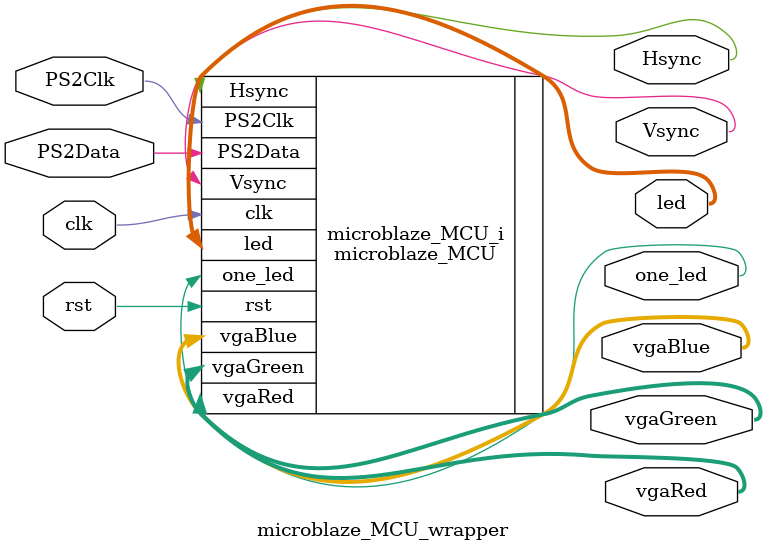
<source format=v>
`timescale 1 ps / 1 ps

module microblaze_MCU_wrapper
   (Hsync,
    PS2Clk,
    PS2Data,
    Vsync,
    clk,
    led,
    one_led,
    rst,
    vgaBlue,
    vgaGreen,
    vgaRed);
  output Hsync;
  input PS2Clk;
  input PS2Data;
  output Vsync;
  input clk;
  output [7:0]led;
  output one_led;
  input rst;
  output [3:0]vgaBlue;
  output [3:0]vgaGreen;
  output [3:0]vgaRed;

  wire Hsync;
  wire PS2Clk;
  wire PS2Data;
  wire Vsync;
  wire clk;
  wire [7:0]led;
  wire one_led;
  wire rst;
  wire [3:0]vgaBlue;
  wire [3:0]vgaGreen;
  wire [3:0]vgaRed;

  microblaze_MCU microblaze_MCU_i
       (.Hsync(Hsync),
        .PS2Clk(PS2Clk),
        .PS2Data(PS2Data),
        .Vsync(Vsync),
        .clk(clk),
        .led(led),
        .one_led(one_led),
        .rst(rst),
        .vgaBlue(vgaBlue),
        .vgaGreen(vgaGreen),
        .vgaRed(vgaRed));
endmodule

</source>
